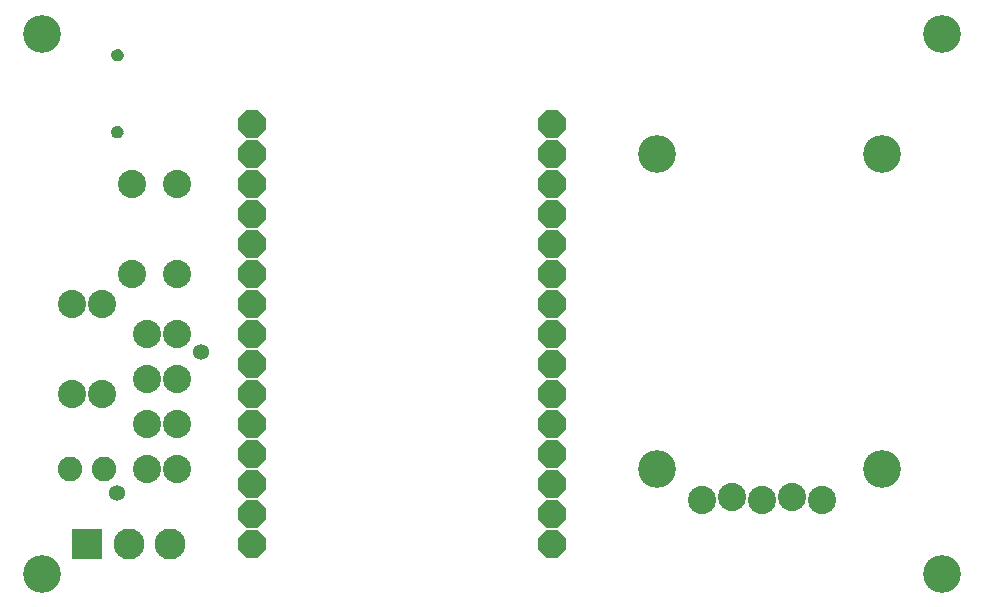
<source format=gts>
G75*
%MOIN*%
%OFA0B0*%
%FSLAX25Y25*%
%IPPOS*%
%LPD*%
%AMOC8*
5,1,8,0,0,1.08239X$1,22.5*
%
%ADD10C,0.12611*%
%ADD11OC8,0.09400*%
%ADD12C,0.09400*%
%ADD13C,0.00500*%
%ADD14R,0.10300X0.10300*%
%ADD15C,0.10300*%
%ADD16C,0.08200*%
%ADD17C,0.05359*%
D10*
X0011000Y0026400D03*
X0216000Y0061400D03*
X0291000Y0061400D03*
X0311000Y0026400D03*
X0291000Y0166400D03*
X0311000Y0206400D03*
X0216000Y0166400D03*
X0011000Y0206400D03*
D11*
X0081000Y0176400D03*
X0081000Y0166400D03*
X0081000Y0156400D03*
X0081000Y0146400D03*
X0081000Y0136400D03*
X0081000Y0126400D03*
X0081000Y0116400D03*
X0081000Y0106400D03*
X0081000Y0096400D03*
X0081000Y0086400D03*
X0081000Y0076400D03*
X0081000Y0066400D03*
X0081000Y0056400D03*
X0081000Y0046400D03*
X0081000Y0036400D03*
X0181000Y0036400D03*
X0181000Y0046400D03*
X0181000Y0056400D03*
X0181000Y0066400D03*
X0181000Y0076400D03*
X0181000Y0086400D03*
X0181000Y0096400D03*
X0181000Y0106400D03*
X0181000Y0116400D03*
X0181000Y0126400D03*
X0181000Y0136400D03*
X0181000Y0146400D03*
X0181000Y0156400D03*
X0181000Y0166400D03*
X0181000Y0176400D03*
D12*
X0056000Y0156400D03*
X0041000Y0156400D03*
X0041000Y0126400D03*
X0031000Y0116400D03*
X0021000Y0116400D03*
X0046000Y0106400D03*
X0056000Y0106400D03*
X0056000Y0091400D03*
X0046000Y0091400D03*
X0031000Y0086400D03*
X0021000Y0086400D03*
X0046000Y0076400D03*
X0056000Y0076400D03*
X0056000Y0061400D03*
X0046000Y0061400D03*
X0056000Y0126400D03*
X0231000Y0050900D03*
X0241000Y0051900D03*
X0251000Y0050900D03*
X0261000Y0051900D03*
X0271000Y0050900D03*
D13*
X0037572Y0172835D02*
X0037355Y0172503D01*
X0037070Y0172228D01*
X0036731Y0172023D01*
X0036355Y0171898D01*
X0035960Y0171860D01*
X0035577Y0171907D01*
X0035213Y0172037D01*
X0034888Y0172246D01*
X0034617Y0172521D01*
X0034414Y0172850D01*
X0034290Y0173216D01*
X0034250Y0173600D01*
X0034284Y0173982D01*
X0034402Y0174346D01*
X0034598Y0174675D01*
X0034863Y0174952D01*
X0035182Y0175163D01*
X0035541Y0175298D01*
X0035920Y0175350D01*
X0036321Y0175315D01*
X0036703Y0175192D01*
X0037049Y0174986D01*
X0037340Y0174709D01*
X0037563Y0174374D01*
X0037705Y0173998D01*
X0037760Y0173600D01*
X0037709Y0173207D01*
X0037572Y0172835D01*
X0037608Y0172933D02*
X0034386Y0172933D01*
X0034268Y0173431D02*
X0037738Y0173431D01*
X0037714Y0173930D02*
X0034279Y0173930D01*
X0034451Y0174428D02*
X0037527Y0174428D01*
X0037112Y0174927D02*
X0034838Y0174927D01*
X0034703Y0172434D02*
X0037284Y0172434D01*
X0036468Y0171936D02*
X0035497Y0171936D01*
X0035960Y0197460D02*
X0035577Y0197507D01*
X0035213Y0197637D01*
X0034888Y0197846D01*
X0034617Y0198121D01*
X0034414Y0198450D01*
X0034290Y0198816D01*
X0034250Y0199200D01*
X0034284Y0199582D01*
X0034402Y0199946D01*
X0034598Y0200275D01*
X0034863Y0200552D01*
X0035182Y0200763D01*
X0035541Y0200898D01*
X0035920Y0200950D01*
X0036321Y0200915D01*
X0036703Y0200792D01*
X0037049Y0200586D01*
X0037340Y0200309D01*
X0037563Y0199974D01*
X0037705Y0199598D01*
X0037760Y0199200D01*
X0037709Y0198807D01*
X0037572Y0198435D01*
X0037355Y0198103D01*
X0037070Y0197828D01*
X0036731Y0197623D01*
X0036355Y0197498D01*
X0035960Y0197460D01*
X0034876Y0197858D02*
X0037102Y0197858D01*
X0037520Y0198357D02*
X0034472Y0198357D01*
X0034286Y0198855D02*
X0037715Y0198855D01*
X0037739Y0199354D02*
X0034264Y0199354D01*
X0034372Y0199852D02*
X0037609Y0199852D01*
X0037297Y0200351D02*
X0034670Y0200351D01*
X0035410Y0200849D02*
X0036525Y0200849D01*
D14*
X0026000Y0036400D03*
D15*
X0039780Y0036400D03*
X0053559Y0036400D03*
D16*
X0031700Y0061400D03*
X0020300Y0061400D03*
D17*
X0036000Y0053150D03*
X0064000Y0100400D03*
M02*

</source>
